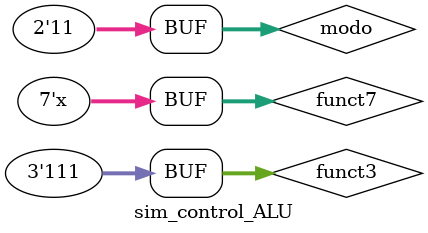
<source format=v>
`include "control_ALU.v"
module sim_control_ALU ;
    integer i;
    reg [1:0] modo; 
    reg [2:0] funct3;
    reg [6:0] funct7;
    wire [3:0] sel_alu;
    control_ALU dut (
        .modo (modo),
        .funct3 (funct3),
        .funct7 (funct7),
        .sel_alu (sel_alu)
    );

    initial begin
        $dumpfile("control_ALU.vcd");
        $dumpvars(0);
        
        // modo suma
        modo   = 2'b00;
        funct7 = 7'bxxxxxxx;
        funct3 = 3'bxxx;
        #10;
        // modo instruccion 19
        modo   = 2'b01;
        funct3 = 3'b000;funct7[5]=1'bx;#10;
        funct3 = 3'b001;funct7[5]=1'b0;#10;
        funct3 = 3'b010;funct7[5]=1'bx;#10;
        funct3 = 3'b011;funct7[5]=1'bx;#10;
        funct3 = 3'b100;funct7[5]=1'bx;#10;
        funct3 = 3'b101;funct7[5]=1'b0;#10;
        funct3 = 3'b101;funct7[5]=1'b1;#10;
        funct3 = 3'b110;funct7[5]=1'bx;#10;
        funct3 = 3'b111;funct7[5]=1'bx;#10;
        // modo instruccion 51
        modo   = 2'b10;
        funct3 = 3'b000;funct7[5]=1'b0;#10;
        funct3 = 3'b000;funct7[5]=1'b1;#10;
        funct3 = 3'b001;funct7[5]=1'b0;#10;
        funct3 = 3'b010;funct7[5]=1'b0;#10;
        funct3 = 3'b011;funct7[5]=1'b0;#10;
        funct3 = 3'b100;funct7[5]=1'b0;#10;
        funct3 = 3'b101;funct7[5]=1'b0;#10;
        funct3 = 3'b101;funct7[5]=1'b1;#10;
        funct3 = 3'b110;funct7[5]=1'b0;#10;
        funct3 = 3'b111;funct7[5]=1'b0;#10;
        // modo instruccion 99
        modo   = 2'b11;
        funct7[5]=1'bx;
        funct3 = 3'b000;#10;
        funct3 = 3'b001;#10;
        funct3 = 3'b100;#10;
        funct3 = 3'b101;#10;
        funct3 = 3'b110;#10;
        funct3 = 3'b111;#10;
        #10;
    end
endmodule

</source>
